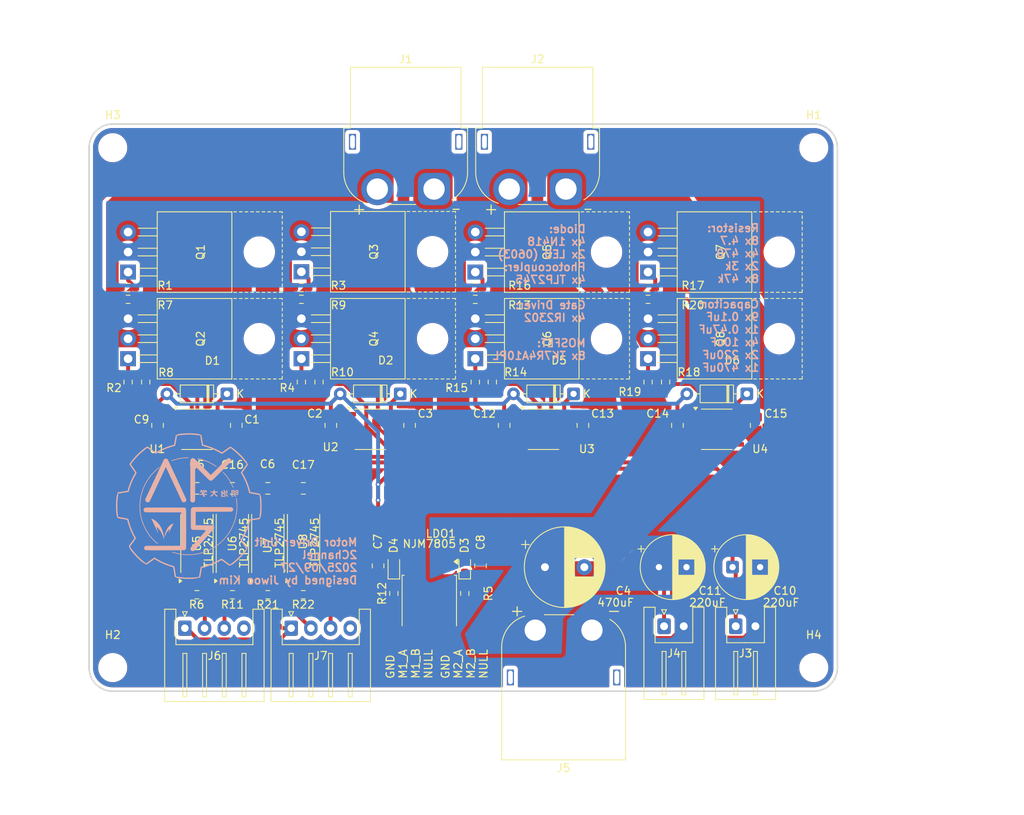
<source format=kicad_pcb>
(kicad_pcb (version 20241229) (generator "pcbnew") (generator_version "9.0")
  (layers (0 "F.Cu" signal) (2 "B.Cu" signal) (13 "F.Paste" user) (15 "B.Paste" user) (5 "F.SilkS" user "F.Silkscreen") (7 "B.SilkS" user "B.Silkscreen") (1 "F.Mask" user) (3 "B.Mask" user) (25 "Edge.Cuts" user))
  (net 0 "")
  (net 1 "Net-(D1-K)")
  (net 2 "GND")
  (net 3 "+5V")
  (net 4 "Net-(D2-K)")
  (net 5 "VCC")
  (net 6 "Net-(Q1-G)")
  (net 7 "Net-(Q2-G)")
  (net 8 "Net-(Q3-G)")
  (net 9 "Net-(Q4-G)")
  (net 10 "U1_HO")
  (net 11 "U1_LO")
  (net 12 "U2_HO")
  (net 13 "U2_LO")
  (net 14 "U1_IN")
  (net 15 "U2_IN")
  (net 16 "Motor_B_Plus")
  (net 17 "Net-(D5-K)")
  (net 20 "Net-(D3-K)")
  (net 21 "Net-(D4-K)")
  (net 22 "Net-(D6-K)")
  (net 23 "Motor_B_Minus")
  (net 24 "Motor_A_Plus")
  (net 25 "Motor_A_Minus")
  (net 26 "IN_B1")
  (net 27 "GND_ESP")
  (net 28 "IN_B2")
  (net 29 "IN_A2")
  (net 30 "IN_A1")
  (net 31 "Net-(Q5-G)")
  (net 32 "Net-(Q6-G)")
  (net 33 "Net-(Q7-G)")
  (net 34 "Net-(Q8-G)")
  (net 35 "Net-(U5-A)")
  (net 36 "Net-(U6-A)")
  (net 37 "U3_HO")
  (net 38 "U3_LO")
  (net 39 "U4_LO")
  (net 40 "U4_HO")
  (net 41 "Net-(U7-A)")
  (net 42 "Net-(U8-A)")
  (net 43 "U3_IN")
  (net 44 "U4_IN")
  (footprint "Resistor_SMD:R_0603_1608Metric_Pad0.98x0.95mm_HandSolder" (layer "F.Cu") (at 136.532619 110.58958 90)
    (property "Reference" "R12")
    (property "Value" "R3k")
  )
  (footprint "Package_TO_SOT_THT:TO-220-3_Horizontal_TabUp" (layer "F.Cu") (at 168.802619 69.78958 90)
    (property "Reference" "Q7")
    (property "Value" "TK7R4A10PL_TabUp")
  )
  (footprint "MountingHole:MountingHole_3.2mm_M3" (layer "F.Cu") (at 189.842619 53.99958)
    (property "Reference" "H1")
    (property "Value" "MountingHole")
  )
  (footprint "Capacitor_SMD:C_0805_2012Metric_Pad1.18x1.45mm_HandSolder" (layer "F.Cu") (at 182.532619 89.24958 -90)
    (property "Reference" "C15")
    (property "Value" "10uF")
  )
  (footprint "Connector_JST:JST_XH_S2B-XH-A_1x02_P2.50mm_Horizontal" (layer "F.Cu") (at 170.83527 114.74958)
    (property "Reference" "J4")
    (property "Value" "XH_01x02_Vertical")
  )
  (footprint "Resistor_SMD:R_0603_1608Metric_Pad0.98x0.95mm_HandSolder" (layer "F.Cu") (at 125.032619 110.74958 180)
    (property "Reference" "R22")
    (property "Value" "470")
  )
  (footprint "Connector_AMASS:AMASS_XT60PW-M_1x02_P7.20mm_Horizontal" (layer "F.Cu") (at 161.682619 115.24958 180)
    (property "Reference" "J5")
    (property "Value" "XT60_Male_Horizontal")
  )
  (footprint "Diode_THT:D_DO-35_SOD27_P7.62mm_Horizontal" (layer "F.Cu") (at 181.342619 85.24958 180)
    (property "Reference" "D6")
    (property "Value" "1N4148")
  )
  (footprint "Capacitor_SMD:C_0805_2012Metric_Pad1.18x1.45mm_HandSolder" (layer "F.Cu") (at 128.532619 89.24958 90)
    (property "Reference" "C2")
    (property "Value" "0.1uF")
  )
  (footprint "Capacitor_SMD:C_0805_2012Metric_Pad1.18x1.45mm_HandSolder" (layer "F.Cu") (at 147.532619 107.08958 -90)
    (property "Reference" "C8")
    (property "Value" "0.47uF")
  )
  (footprint "Resistor_SMD:R_0603_1608Metric_Pad0.98x0.95mm_HandSolder" (layer "F.Cu") (at 102.794316 83.74958 -90)
    (property "Reference" "R2")
    (property "Value" "R47k")
  )
  (footprint "Resistor_SMD:R_0603_1608Metric_Pad0.98x0.95mm_HandSolder" (layer "F.Cu") (at 146.872619 71.74958 180)
    (property "Reference" "R16")
    (property "Value" "R47k")
  )
  (footprint "Resistor_SMD:R_0603_1608Metric_Pad0.98x0.95mm_HandSolder" (layer "F.Cu") (at 168.802619 83.74958 -90)
    (property "Reference" "R19")
    (property "Value" "R47k")
  )
  (footprint "Resistor_SMD:R_0603_1608Metric_Pad0.98x0.95mm_HandSolder" (layer "F.Cu") (at 146.872619 73.24958 180)
    (property "Reference" "R13")
    (property "Value" "4.7")
  )
  (footprint "Resistor_SMD:R_0603_1608Metric_Pad0.98x0.95mm_HandSolder" (layer "F.Cu") (at 168.802619 73.24958)
    (property "Reference" "R20")
    (property "Value" "4.7")
  )
  (footprint "Diode_THT:D_DO-35_SOD27_P7.62mm_Horizontal" (layer "F.Cu") (at 159.342619 85.24958 180)
    (property "Reference" "D5")
    (property "Value" "1N4148")
  )
  (footprint "Resistor_SMD:R_0603_1608Metric_Pad0.98x0.95mm_HandSolder" (layer "F.Cu") (at 149.032619 83.74958 90)
    (property "Reference" "R14")
    (property "Value" "4.7")
  )
  (footprint "Resistor_SMD:R_0603_1608Metric_Pad0.98x0.95mm_HandSolder" (layer "F.Cu") (at 124.794316 83.74958 -90)
    (property "Reference" "R4")
    (property "Value" "R47k")
  )
  (footprint "Package_SO:SOP-8_3.9x4.9mm_P1.27mm" (layer "F.Cu") (at 177.532619 89.74958)
    (property "Reference" "U4")
    (property "Value" "IR2302")
  )
  (footprint "Resistor_SMD:R_0603_1608Metric_Pad0.98x0.95mm_HandSolder" (layer "F.Cu") (at 146.872619 83.74958 -90)
    (property "Reference" "R15")
    (property "Value" "R47k")
  )
  (footprint "Resistor_SMD:R_0603_1608Metric_Pad0.98x0.95mm_HandSolder" (layer "F.Cu") (at 124.794316 73.24958)
    (property "Reference" "R9")
    (property "Value" "4.7")
  )
  (footprint "Capacitor_SMD:C_0805_2012Metric_Pad1.18x1.45mm_HandSolder" (layer "F.Cu") (at 134.532619 107.08958 90)
    (property "Reference" "C7")
    (property "Value" "0.1uF")
  )
  (footprint "Package_TO_SOT_THT:TO-220-3_Horizontal_TabUp" (layer "F.Cu") (at 102.794316 80.78958 90)
    (property "Reference" "Q2")
    (property "Value" "TK7R4A10PL_TabUp")
  )
  (footprint "Capacitor_SMD:C_0805_2012Metric_Pad1.18x1.45mm_HandSolder" (layer "F.Cu") (at 160.532619 89.24958 -90)
    (property "Reference" "C13")
    (property "Value" "10uF")
  )
  (footprint "Connector_AMASS:AMASS_XT60PW-F_1x02_P7.20mm_Horizontal" (layer "F.Cu") (at 141.632619 59.24958)
    (property "Reference" "J1")
    (property "Value" "XT60_Female_Horizontal")
  )
  (footprint "Capacitor_THT:CP_Radial_D8.0mm_P3.50mm" (layer "F.Cu") (at 170.182619 107.24958)
    (property "Reference" "C11")
    (property "Value" "220uF")
  )
  (footprint "Resistor_SMD:R_0603_1608Metric_Pad0.98x0.95mm_HandSolder" (layer "F.Cu") (at 168.802619 71.74958 180)
    (property "Reference" "R17")
    (property "Value" "R47k")
  )
  (footprint "Resistor_SMD:R_0603_1608Metric_Pad0.98x0.95mm_HandSolder" (layer "F.Cu") (at 116.032619 110.74958 180)
    (property "Reference" "R11")
    (property "Value" "470")
  )
  (footprint "Diode_SMD:D_0603_1608Metric_Pad1.05x0.95mm_HandSolder" (layer "F.Cu") (at 136.532619 107.08958 90)
    (property "Reference" "D4")
    (property "Value" "LED")
  )
  (footprint "Package_SO:SO-6L_10x3.84mm_P1.27mm" (layer "F.Cu") (at 111.532619 104.24958 90)
    (property "Reference" "U5")
    (property "Value" "TLP2745")
  )
  (footprint "Diode_THT:D_DO-35_SOD27_P7.62mm_Horizontal" (layer "F.Cu") (at 115.342619 85.24958 180)
    (property "Reference" "D1")
    (property "Value" "1N4148")
  )
  (footprint "Capacitor_SMD:C_0805_2012Metric_Pad1.18x1.45mm_HandSolder" (layer "F.Cu") (at 116.032619 97.24958 180)
    (property "Reference" "C16")
    (property "Value" "0.1uF")
  )
  (footprint "Resistor_SMD:R_0603_1608Metric_Pad0.98x0.95mm_HandSolder" (layer "F.Cu") (at 124.794316 71.74958 180)
    (property "Reference" "R3")
    (property "Value" "R47k")
  )
  (footprint "Resistor_SMD:R_0603_1608Metric_Pad0.98x0.95mm_HandSolder" (layer "F.Cu") (at 102.794316 71.74958 180)
    (property "Reference" "R1")
    (property "Value" "R47k")
  )
  (footprint "Package_SO:SOP-8_3.9x4.9mm_P1.27mm" (layer "F.Cu") (at 155.532619 89.74958)
    (property "Reference" "U3")
    (property "Value" "IR2302")
  )
  (footprint "Capacitor_THT:CP_Radial_D8.0mm_P3.50mm" (layer "F.Cu") (at 179.529968 107.24958)
    (property "Reference" "C10")
    (property "Value" "220uF")
  )
  (footprint "MountingHole:MountingHole_3.2mm_M3" (layer "F.Cu") (at 100.842619 119.99958)
    (property "Reference" "H2")
    (property "Value" "MountingHole")
  )
  (footprint "Capacitor_SMD:C_0805_2012Metric_Pad1.18x1.45mm_HandSolder" (layer "F.Cu") (at 138.532619 89.24958 -90)
    (property "Reference" "C3")
    (property "Value" "10uF")
  )
  (footprint "Package_TO_SOT_THT:TO-220-3_Horizontal_TabUp" (layer "F.Cu") (at 168.802619 80.78958 90)
    (property "Reference" "Q8")
    (property "Value" "TK7R4A10PL_TabUp")
  )
  (footprint "Package_SO:SO-6L_10x3.84mm_P1.27mm" (layer "F.Cu") (at 116.032619 104.24958 90)
    (property "Reference" "U6")
    (property "Value" "TLP2745")
  )
  (footprint "Connector_JST:JST_XH_S2B-XH-A_1x02_P2.50mm_Horizontal" (layer "F.Cu") (at 179.932619 114.74958)
    (property "Reference" "J3")
    (property "Value" "XH_01x02_Vertical")
  )
  (footprint "Capacitor_SMD:C_0805_2012Metric_Pad1.18x1.45mm_HandSolder" (layer "F.Cu") (at 150.532619 89.24958 90)
    (property "Reference" "C12")
    (property "Value" "0.1uF")
  )
  (footprint "Resistor_SMD:R_0603_1608Metric_Pad0.98x0.95mm_HandSolder" (layer "F.Cu") (at 145.532619 110.58958 90)
    (property "Reference" "R5")
    (property "Value" "R3k")
  )
  (footprint "Package_SO:SOP-8_3.9x4.9mm_P1.27mm" (layer "F.Cu") (at 133.532619 89.74958)
    (property "Reference" "U2")
    (property "Value" "IR2302")
  )
  (footprint "Package_TO_SOT_THT:TO-220-3_Horizontal_TabUp" (layer "F.Cu") (at 146.872619 69.78958 90)
    (property "Reference" "Q5")
    (property "Value" "TK7R4A10PL_TabUp")
  )
  (footprint "Connector_AMASS:AMASS_XT60PW-F_1x02_P7.20mm_Horizontal" (layer "F.Cu") (at 158.382619 59.24958)
    (property "Reference" "J2")
    (property "Value" "XT60_Female_Horizontal")
  )
  (footprint "Package_TO_SOT_THT:TO-220-3_Horizontal_TabUp" (layer "F.Cu") (at 124.794316 69.74958 90)
    (property "Reference" "Q3")
    (property "Value" "TK7R4A10PL_TabUp")
  )
  (footprint "Capacitor_SMD:C_0805_2012Metric_Pad1.18x1.45mm_HandSolder" (layer "F.Cu") (at 116.532619 89.24958 -90)
    (property "Reference" "C1")
    (property "Value" "10uF")
  )
  (footprint "Package_SO:SOP-8_3.9x4.9mm_P1.27mm" (layer "F.Cu") (at 111.532619 89.74958)
    (property "Reference" "U1")
    (property "Value" "IR2302")
  )
  (footprint "MountingHole:MountingHole_3.2mm_M3" (layer "F.Cu") (at 100.842619 53.99958)
    (property "Reference" "H3")
    (property "Value" "MountingHole")
  )
  (footprint "Diode_SMD:D_0603_1608Metric_Pad1.05x0.95mm_HandSolder" (layer "F.Cu") (at 145.532619 107.08958 90)
    (property "Reference" "D3")
    (property "Value" "LED")
  )
  (footprint "MountingHole:MountingHole_3.2mm_M3" (layer "F.Cu") (at 189.842619 119.99958)
    (property "Reference" "H4")
    (property "Value" "MountingHole")
  )
  (footprint "Resistor_SMD:R_0603_1608Metric_Pad0.98x0.95mm_HandSolder" (layer "F.Cu") (at 102.794316 73.24958 180)
    (property "Reference" "R7")
    (property "Value" "4.7")
  )
  (footprint "Package_SO:SO-6L_10x3.84mm_P1.27mm" (layer "F.Cu") (at 120.532619 104.24958 90)
    (property "Reference" "U7")
    (property "Value" "TLP2745")
  )
  (footprint "Package_TO_SOT_THT:TO-220-3_Horizontal_TabUp" (layer "F.Cu") (at 146.872619 80.78958 90)
    (property "Reference" "Q6")
    (property "Value" "TK7R4A10PL_TabUp")
  )
  (footprint "Resistor_SMD:R_0603_1608Metric_Pad0.98x0.95mm_HandSolder" (layer "F.Cu") (at 120.532619 110.74958)
    (property "Reference" "R21")
    (property "Value" "470")
  )
  (footprint "Connector_JST:JST_XH_S4B-XH-A_1x04_P2.50mm_Horizontal" (layer "F.Cu") (at 123.5 115)
    (property "Reference" "J7")
    (property "Value" "Conn_01x04_Pin")
  )
  (footprint "Package_TO_SOT_THT:TO-220-3_Horizontal_TabUp" (layer "F.Cu") (at 124.794316 80.78958 90)
    (property "Reference" "Q4")
    (property "Value" "TK7R4A10PL_TabUp")
  )
  (footprint "Resistor_SMD:R_0603_1608Metric_Pad0.98x0.95mm_HandSolder" (layer "F.Cu") (at 171.032619 83.74958 -90)
    (property "Reference" "R18")
    (property "Value" "4.7")
  )
  (footprint "Resistor_SMD:R_0603_1608Metric_Pad0.98x0.95mm_HandSolder" (layer "F.Cu") (at 111.532619 110.74958)
    (property "Reference" "R6")
    (property "Value" "470")
  )
  (footprint "Package_TO_SOT_SMD:TO-252-2" (layer "F.Cu") (at 141.032619 111.58958 -90)
    (property "Reference" "LDO1")
    (property "Value" "NJM7805")
  )
  (footprint "Package_SO:SO-6L_10x3.84mm_P1.27mm" (layer "F.Cu") (at 125.070324 104.245396 90)
    (property "Reference" "U8")
    (property "Value" "TLP2745")
  )
  (footprint "Capacitor_SMD:C_0805_2012Metric_Pad1.18x1.45mm_HandSolder" (layer "F.Cu") (at 120.532619 97.24958 180)
    (property "Reference" "C6")
    (property "Value" "0.1uF")
  )
  (footprint "Capacitor_SMD:C_0805_2012Metric_Pad1.18x1.45mm_HandSolder" (layer "F.Cu") (at 172.532619 89.24958 90)
    (property "Reference" "C14")
    (property "Value" "0.1uF")
  )
  (footprint "Connector_JST:JST_XH_S4B-XH-A_1x04_P2.50mm_Horizontal" (layer "F.Cu") (at 110 115)
    (property "Reference" "J6")
    (property "Value" "Conn_01x04_Pin")
  )
  (footprint "Capacitor_SMD:C_0805_2012Metric_Pad1.18x1.45mm_HandSolder" (layer "F.Cu") (at 106.532619 89.24958 90)
    (property "Reference" "C9")
    (property "Value" "0.1uF")
  )
  (footprint "Package_TO_SOT_THT:TO-220-3_Horizontal_TabUp" (layer "F.Cu") (at 102.794316 69.78958 90)
    (property "Reference" "Q1")
    (property "Value" "TK7R4A10PL_TabUp")
  )
  (footprint "Capacitor_SMD:C_0805_2012Metric_Pad1.18x1.45mm_HandSolder" (layer "F.Cu") (at 111.532619 97.24958 180)
    (property "Reference" "C5")
    (property "Value" "0.1uF")
  )
  (footprint "Capacitor_THT:CP_Radial_D10.0mm_P5.00mm" (layer "F.Cu") (at 155.714942 107.24958)
    (property "Reference" "C4")
    (property "Value" "470uF")
  )
  (footprint "Resistor_SMD:R_0603_1608Metric_Pad0.98x0.95mm_HandSolder" (layer "F.Cu") (at 105.032619 83.74958 90)
    (property "Reference" "R8")
    (property "Value" "4.7")
  )
  (footprint "Diode_THT:D_DO-35_SOD27_P7.62mm_Horizontal" (layer "F.Cu") (at 137.342619 85.24958 180)
    (property "Reference" "D2")
    (property "Value" "1N4148")
  )
  (footprint "Resistor_SMD:R_0603_1608Metric_Pad0.98x0.95mm_HandSolder" (layer "F.Cu") (at 127.032619 83.74958 -90)
    (property "Reference" "R10")
    (property "Value" "4.7")
  )
  (footprint "Capacitor_SMD:C_0805_2012Metric_Pad1.18x1.45mm_HandSolder" (layer "F.Cu") (at 125.032619 97.24958 180)
    (property "Reference" "C17")
    (property "Value" "0.1uF")
  )
  (footprint "LOGO" (layer "B.Cu") (at 110.5 99.5 180)
    (property "Reference" "G***" (hide yes))
    (property "Value" "LOGO" (hide yes))
  )
  (gr_line (start 189.842619 122.99958) (end 100.842619 122.99958) (stroke (width 0.2)) (layer "Edge.Cuts"))
  (gr_line (start 100.842619 50.99958) (end 189.842619 50.99958) (stroke (width 0.2)) (layer "Edge.Cuts"))
  (gr_arc (start 97.842619 53.99958) (mid 98.721299 51.87826) (end 100.842619 50.99958) (stroke (width 0.2)) (layer "Edge.Cuts"))
  (gr_line (start 97.842619 119.99958) (end 97.842619 53.99958) (stroke (width 0.2)) (layer "Edge.Cuts"))
  (gr_arc (start 192.842619 119.99958) (mid 191.963939 122.1209) (end 189.842619 122.99958) (stroke (width 0.2)) (layer "Edge.Cuts"))
  (gr_arc (start 189.842619 50.99958) (mid 191.963939 51.87826) (end 192.842619 53.99958) (stroke (width 0.2)) (layer "Edge.Cuts"))
  (gr_arc (start 100.842619 122.99958) (mid 98.721299 122.1209) (end 97.842619 119.99958) (stroke (width 0.2)) (layer "Edge.Cuts"))
  (gr_line (start 192.842619 53.99958) (end 192.842619 119.99958) (stroke (width 0.2)) (layer "Edge.Cuts"))
  (gr_text "GND \nM2_A \nM2_B\nNULL" (at 148.5 121.5 90) (layer "F.SilkS") (effects (font (size 1 1)) (justify left bottom)))
  (gr_text "GND \nM1_A \nM1_B\nNULL" (at 141.5 121.5 90) (layer "F.SilkS") (effects (font (size 1 1)) (justify left bottom)))
  (gr_text "Resistor:\n8x 4.7\n4x 470\n2x 3k\n8x 47k\n\nCapacitor:\n9x 0.1uF\n1x 0.47uF\n4x 10uF\n2x 220uF\n1x 470uF" (at 183 82.5 -0) (layer "B.SilkS") (effects (font (size 1 1) (thickness 0.2) (bold yes)) (justify left bottom mirror)))
  (gr_text "Diode:\n4x 1N418\n2x LED (0603)\nPhotocoupler:\n4x TLP2745\n\nGate Driver:\n4x IR2302\n\nMOSFET:\n8x TK7R4A10PL\n" (at 161 81 -0) (layer "B.SilkS") (effects (font (size 1 1) (thickness 0.2) (bold yes)) (justify left bottom mirror)))
  (gr_text "Motor Driver Unit \n2Channel\n2025/09/27\nDesigned by Jiwoo Kim" (at 132 109.5 0) (layer "B.SilkS") (effects (font (size 1 1) (thickness 0.2) (bold yes)) (justify left bottom mirror)))
  (segment (start 114.157619 86.43458) (end 115.342619 85.24958) (width 0.5) (layer "F.Cu") (net 1))
  (segment (start 114.157619 87.84458) (end 114.157619 86.43458) (width 0.5) (layer "F.Cu") (net 1))
  (segment (start 116.165119 87.84458) (end 116.532619 88.21208) (width 0.5) (layer "F.Cu") (net 1))
  (segment (start 114.157619 87.84458) (end 116.165119 87.84458) (width 0.5) (layer "F.Cu") (net 1))
  (segment (start 126.340324 99.495396) (end 126.340324 103.557285) (width 0.5) (layer "F.Cu") (net 2))
  (segment (start 161.682619 115.24958) (end 162.682619 116.24958) (width 0.5) (layer "F.Cu") (net 2))
  (segment (start 144.185119 112.84958) (end 145.532619 111.50208) (width 0.5) (layer "F.Cu") (net 2))
  (segment (start 174.78627 116.20058) (end 180.981619 116.20058) (width 0.5) (layer "F.Cu") (net 2))
  (segment (start 117.302619 103.51958) (end 117.532619 103.74958) (width 0.5) (layer "F.Cu") (net 2))
  (segment (start 141.032619 112.84958) (end 145.933619 117.75058) (width 0.5) (layer "F.Cu") (net 2))
  (segment (start 117.302619 99.49958) (end 117.302619 97.48208) (width 0.5) (layer "F.Cu") (net 2))
  (segment (start 112.802619 97.48208) (end 112.570119 97.24958) (width 0.5) (layer "F.Cu") (net 2))
  (segment (start 130.907619 91.65458) (end 129.900119 91.65458) (width 0.5) (layer "F.Cu") (net 2))
  (segment (start 126.340324 99.495396) (end 126.340324 97.519785) (width 0.5) (layer "F.Cu") (net 2))
  (segment (start 173.33527 114.74958) (end 174.78627 116.20058) (width 0.5) (layer "F.Cu") (net 2))
  (segment (start 151.900119 91.65458) (end 152.907619 91.65458) (width 0.5) (layer "F.Cu") (net 2))
  (segment (start 134.532619 109.50208) (end 136.532619 111.50208) (width 0.5) (layer "F.Cu") (net 2))
  (segment (start 112.802619 103.51958) (end 113.032619 103.74958) (width 0.5) (layer "F.Cu") (net 2))
  (segment (start 150.532619 90.28708) (end 151.900119 91.65458) (width 0.5) (layer "F.Cu") (net 2))
  (segment (start 102.794316 84.66208) (end 102.794316 86.548777) (width 0.5) (layer "F.Cu") (net 2))
  (segment (start 102.794316 86.548777) (end 106.532619 90.28708) (width 0.5) (layer "F.Cu") (net 2))
  (segment (start 146.872619 84.66208) (end 143.66208 84.66208) (width 0.5) (layer "F.Cu") (net 2))
  (segment (start 182.432619 107.846929) (end 183.029968 107.24958) (width 0.5) (layer "F.Cu") (net 2))
  (segment (start 112.802619 99.49958) (end 112.802619 97.48208) (width 0.5) (layer "F.Cu") (net 2))
  (segment (start 161.682619 108.217257) (end 160.714942 107.24958) (width 0.5) (layer "F.Cu") (net 2))
  (segment (start 121.802619 103.51958) (end 122.032619 103.74958) (width 0.5) (layer "F.Cu") (net 2))
  (segment (start 129.900119 91.65458) (end 128.532619 90.28708) (width 0.5) (layer "F.Cu") (net 2))
  (segment (start 145.532619 111.50208) (end 147.532619 109.50208) (width 0.5) (layer "F.Cu") (net 2))
  (segment (start 162.682619 116.24958) (end 171.83527 116.24958) (width 0.5) (layer "F.Cu") (net 2))
  (segment (start 126.340324 103.557285) (end 126.532619 103.74958) (width 0.5) (layer "F.Cu") (net 2))
  (segment (start 143.66208 84.66208) (end 143.5 84.5) (width 0.5) (layer "F.Cu") (net 2))
  (segment (start 146.872619 86.62708) (end 150.532619 90.28708) (width 0.5) (layer "F.Cu") (net 2))
  (segment (start 106.532619 90.28708) (end 107.900119 91.65458) (width 0.5) (layer "F.Cu") (net 2))
  (segment (start 173.33527 114.74958) (end 173.33527 107.596929) (width 0.5) (layer "F.Cu") (net 2))
  (segment (start 128.532619 90.28708) (end 124.794316 86.548777) (width 0.5) (layer "F.Cu") (net 2))
  (segment (start 173.33527 114.74958) (end 171.83527 116.24958) (width 0.5) (layer "F.Cu") (net 2))
  (segment (start 141.032619 112.84958) (end 137.880119 112.84958) (width 0.5) (layer "F.Cu") (net 2))
  (segment (start 147.532619 109.50208) (end 147.532619 108.12708) (width 0.5) (layer "F.Cu") (net 2))
  (segment (start 173.33527 107.596929) (end 173.682619 107.24958) (width 0.5) (layer "F.Cu") (net 2))
  (segment (start 159.181619 117.75058) (end 161.682619 115.24958) (width 0.5) (layer "F.Cu") (net 2))
  (segment (start 141.032619 112.84958) (end 144.185119 112.84958) (width 0.5) (layer "F.Cu") (net 2))
  (segment (start 117.302619 97.48208) (end 117.070119 97.24958) (width 0.5) (layer "F.Cu") (net 2))
  (segment (start 145.933619 117.75058) (end 159.181619 117.75058) (width 0.5) (layer "F.Cu") (net 2))
  (segment (start 168.802619 86.55708) (end 172.532619 90.28708) (width 0.5) (layer "F.Cu") (net 2))
  (segment (start 180.981619 116.20058) (end 182.432619 114.74958) (width 0.5) (layer "F.Cu") (net 2))
  (segment (start 107.900119 91.65458) (end 108.907619 91.65458) (width 0.5) (layer "F.Cu") (net 2))
  (segment (start 182.432619 114.74958) (end 182.432619 107.846929) (width 0.5) (layer "F.Cu") (net 2))
  (segment (start 121.802619 97.48208) (end 121.570119 97.24958) (width 0.5) (layer "F.Cu") (net 2))
  (segment (start 168.802619 84.66208) (end 168.802619 86.55708) (width 0.5) (layer "F.Cu") (net 2))
  (segment (start 173.900119 91.65458) (end 174.907619 91.65458) (width 0.5) (layer "F.Cu") (net 2))
  (segment (start 121.802619 99.49958) (end 121.802619 103.51958) (width 0.5) (layer "F.Cu") (net 2))
  (segment (start 121.802619 99.49958) (end 121.802619 97.48208) (width 0.5) (layer "F.Cu") (net 2))
  (segment (start 146.872619 84.66208) (end 146.872619 86.62708) (width 0.5) (layer "F.Cu") (net 2))
  (segment (start 134.532619 108.12708) (end 134.532619 109.50208) (width 0.5) (layer "F.Cu") (net 2))
  (segment (start 117.302619 99.49958) (end 117.302619 103.51958) (width 0.5) (layer "F.Cu") (net 2))
  (segment (start 124.794316 86.548777) (end 124.794316 84.66208) (width 0.5) (layer "F.Cu") (net 2))
  (segment (start 161.682619 115.24958) (end 161.682619 108.217257) (width 0.5) (layer "F.Cu") (net 2))
  (segment (start 137.880119 112.84958) (end 136.532619 111.50208) (width 0.5) (layer "F.Cu") (net 2))
  (segment (start 126.340324 97.519785) (end 126.070119 97.24958) (width 0.5) (layer "F.Cu") (net 2))
  (segment (start 172.532619 90.28708) (end 173.900119 91.65458) (width 0.5) (layer "F.Cu") (net 2))
  (segment (start 112.802619 99.49958) (end 112.802619 103.51958) (width 0.5) (layer "F.Cu") (net 2))
  (via (at 122.032619 103.74958) (size 0.6) (drill 0.3) (layers "F.Cu" "B.Cu") (net 2))
  (via (at 117.532619 103.74958) (size 0.6) (drill 0.3) (layers "F.Cu" "B.Cu") (net 2))
  (via (at 113.032619 103.74958) (size 0.6) (drill 0.3) (layers "F.Cu" "B.Cu") (net 2))
  (via (at 126.532619 103.74958) (size 0.6) (drill 0.3) (layers "F.Cu" "B.Cu") (net 2))
  (via (at 143.5 84.5) (size 0.6) (drill 0.3) (layers "F.Cu" "B.Cu") (net 2))
  (segment (start 102.794316 75.70958) (end 101.343316 77.16058) (width 0.5) (layer "B.Cu") (net 2))
  (segment (start 146.872619 75.70958) (end 168.802619 75.70958) (width 0.5) (layer "B.Cu") (net 2))
  (segment (start 101.343316 77.16058) (end 101.343316 100.560277) (width 0.5) (layer "B.Cu") (net 2))
  (segment (start 113.032619 103.74958) (end 104.532619 103.74958) (width 0.5) (layer "B.Cu") (net 2))
  (segment (start 124.794316 75.70958) (end 146.872619 75.70958) (width 0.5) (layer "B.Cu") (net 2))
  (segment (start 104.532619 103.74958) (end 101.343316 100.560277) (width 0.5) (layer "B.Cu") (net 2))
  (segment (start 113.032619 103.74958) (end 126.532619 103.74958) (width 0.5) (layer "B.Cu") (net 2))
  (segment (start 102.794316 75.70958) (end 124.794316 75.70958) (width 0.5) (layer "B.Cu") (net 2))
  (segment (start 106.532619 88.41868) (end 108.498519 90.38458) (width 0.5) (layer "F.Cu") (net 3))
  (segment (start 174.907619 87.84458) (end 172.900119 87.84458) (width 0.5) (layer "F.Cu") (net 3))
  (segment (start 110.262619 99.49958) (end 110.262619 97.48208) (width 0.5) (layer "F.Cu") (net 3))
  (segment (start 174.440911 90.38458) (end 174.907619 90.38458) (width 0.5) (layer "F.Cu") (net 3))
  (segment (start 152.907619 90.38458) (end 152.498519 90.38458) (width 0.5) (layer "F.Cu") (net 3))
  (segment (start 110.262619 103.47958) (end 110.262619 99.49958) (width 0.5) (layer "F.Cu") (net 3))
  (segment (start 106.900119 87.84458) (end 106.532619 88.21208) (width 0.5) (layer "F.Cu") (net 3))
  (segment (start 117.391303 106.05208) (end 118.032619 106.05208) (width 0.5) (layer "F.Cu") (net 3))
  (segment (start 173.419265 89.362934) (end 174.440911 90.38458) (width 0.5) (layer "F.Cu") (net 3))
  (segment (start 127.532619 106.05208) (end 124.032619 106.05208) (width 0.5) (layer "F.Cu") (net 3))
  (segment (start 172.532619 88.476288) (end 173.419265 89.362934) (width 0.5) (layer "F.Cu") (net 3))
  (segment (start 106.532619 88.21208) (end 106.532619 86.43958) (width 0.5) (layer "F.Cu") (net 3))
  (segment (start 150.532619 88.21208) (end 150.532619 86.43958) (width 0.5) (layer "F.Cu") (net 3))
  (segment (start 106.532619 88.21208) (end 106.532619 88.41868) (width 0.5) (layer "F.Cu") (net 3))
  (segment (start 152.498519 90.38458) (end 150.532619 88.41868) (width 0.5) (layer "F.Cu") (net 3))
  (segment (start 150.532619 88.41868) (end 150.532619 88.21208) (width 0.5) (layer "F.Cu") (net 3))
  (segment (start 118.032619 106.05208) (end 112.835119 106.05208) (width 0.5) (layer "F.Cu") (net 3))
  (segment (start 177.532619 94.74958) (end 179.529968 96.746929) (width 0.5) (layer "F.Cu") (net 3))
  (segment (start 119.262619 103.423396) (end 121.891303 106.05208) (width 0.5) (layer "F.Cu") (net 3))
  (segment (start 134.532619 106.05208) (end 136.370119 106.05208) (width 0.5) (layer "F.Cu") (net 3))
  (segment (start 136.370119 106.05208) (end 136.532619 106.21458) (width 0.5) (layer "F.Cu") (net 3))
  (segment (start 114.762619 99.49958) (end 114.762619 103.423396) (width 0.5) (layer "F.Cu") (net 3))
  (segment (start 126.391303 106.05208) (end 127.532619 106.05208) (width 0.5) (layer "F.Cu") (net 3))
  (segment (start 112.835119 106.05208) (end 110.262619 103.47958) (width 0.5) (layer "F.Cu") (net 3))
  (segment (start 136.532619 106.21458) (end 138.417619 106.21458) (width 0.5) (layer "F.Cu") (net 3))
  (segment (start 123.800324 103.461101) (end 126.391303 106.05208) (width 0.5) (layer "F.Cu") (net 3))
  (segment (start 123.800324 97.444375) (end 123.995119 97.24958) (width 0.5) (layer "F.Cu") (net 3))
  (segment (start 172.532619 86.43958) (end 173.722619 85.24958) (width 0.5) (layer "F.Cu") (net 3))
  (segment (start 106.532619 86.43958) (end 107.722619 85.24958) (width 0.5) (layer "F.Cu") (net 3))
  (segment (start 114.762619 103.423396) (end 117.391303 106.05208) (width 0.5) (layer "F.Cu") (net 3))
  (segment (start 179.932619 107.652231) (end 179.529968 107.24958) (width 0.5) (layer "F.Cu") (net 3))
  (segment (start 172.532619 88.21208) (end 172.532619 88.476288) (width 0.5) (layer "F.Cu") (net 3))
  (segment (start 119.262619 97.48208) (end 119.495119 97.24958) (width 0.5) (layer "F.Cu") (net 3))
  (segment (start 130.440911 90.38458) (end 130.907619 90.38458) (width 0.5) (layer "F.Cu") (net 3))
  (segment (start 123.800324 99.495396) (end 123.800324 97.444375) (width 0.5) (layer "F.Cu") (net 3))
  (segment (start 114.762619 99.49958) (end 114.762619 97.48208) (width 0.5) (layer "F.Cu") (net 3))
  (segment (start 119.262619 99.49958) (end 119.262619 103.423396) (width 0.5) (layer "F.Cu") (net 3))
  (segment (start 123.800324 99.495396) (end 123.800324 103.461101) (width 0.5) (layer "F.Cu") (net 3))
  (segment (start 119.532619 106.05208) (end 118.032619 106.05208) (width 0.5) (layer "F.Cu") (net 3))
  (segment (start 134.532619 96.74958) (end 136.532619 94.74958) (width 0.5) (layer "F.Cu") (net 3))
  (segment (start 134.532619 106.05208) (end 134.532619 96.74958) (width 0.5) (layer "F.Cu") (net 3))
  (segment (start 179.932619 114.74958) (end 179.932619 107.652231) (width 0.5) (layer "F.Cu") (net 3))
  (segment (start 152.907619 87.84458) (end 150.900119 87.84458) (width 0.5) (layer "F.Cu") (net 3))
  (segment (start 131.397619 90.38458) (end 130.907619 90.38458) (width 0.5) (layer "F.Cu") (net 3))
  (segment (start 172.900119 87.84458) (end 172.532619 88.21208) (width 0.5) (layer "F.Cu") (net 3))
  (segment (start 119.262619 99.49958) (end 119.262619 97.48208) (width 0.5) (layer "F.Cu") (net 3))
  (segment (start 130.907619 87.84458) (end 128.900119 87.84458) (width 0.5) (layer "F.Cu") (net 3))
  (segment (start 108.907619 87.84458) (end 106.900119 87.84458) (width 0.5) (layer "F.Cu") (net 3))
  (segment (start 128.900119 87.84458) (end 128.532619 88.21208) (width 0.5) (layer "F.Cu") (net 3))
  (segment (start 114.762619 97.48208) (end 114.995119 97.24958) (width 0.5) (layer "F.Cu") (net 3))
  (segment (start 138.417619 106.21458) (end 138.752619 106.54958) (width 0.5) (layer "F.Cu") (net 3))
  (segment (start 110.262619 97.48208) (end 110.495119 97.24958) (width 0.5) (layer "F.Cu") (net 3))
  (segment (start 128.532619 86.43958) (end 129.722619 85.24958) (width 0.5) (layer "F.Cu") (net 3))
  (segment (start 128.532619 88.21208) (end 128.532619 86.43958) (width 0.5) (layer "F.Cu") (net 3))
  (segment (start 172.532619 88.21208) (end 172.532619 86.43958) (width 0.5) (layer "F.Cu") (net 3))
  (segment (start 150.900119 87.84458) (end 150.532619 88.21208) (width 0.5) (layer "F.Cu") (net 3))
  (segment (start 128.532619 88.21208) (end 128.532619 88.476288) (width 0.5) (layer "F.Cu") (net 3))
  (segment (start 150.532619 86.43958) (end 151.722619 85.24958) (width 0.5) (layer "F.Cu") (net 3))
  (segment (start 179.529968 96.746929) (end 179.529968 107.24958) (width 0.5) (layer "F.Cu") (net 3))
  (segment (start 136.532619 94.74958) (end 177.532619 94.74958) (width 0.5) (layer "F.Cu") (net 3))
  (segment (start 128.532619 88.476288) (end 130.440911 90.38458) (width 0.5) (layer "F.Cu") (net 3))
  (segment (start 134.532619 106.05208) (end 127.532619 106.05208) (width 0.5) (layer "F.Cu") (net 3))
  (segment (start 124.032619 106.05208) (end 119.532619 106.05208) (width 0.5) (layer "F.Cu") (net 3))
  (via (at 134.532619 96.74958) (size 0.6) (drill 0.3) (layers "F.Cu" "B.Cu") (net 3))
  (via (at 134.532619 98.74958) (size 0.6) (drill 0.3) (layers "F.Cu" "B.Cu") (net 3))
  (segment (start 128.471619 86.50058) (end 108.973619 86.50058) (width 0.5) (layer "B.Cu") (net 3))
  (segment (start 108.973619 86.50058) (end 107.722619 85.24958) (width 0.5) (layer "B.Cu") (net 3))
  (segment (start 150.471619 86.50058) (end 130.973619 86.50058) (width 0.5) (layer "B.Cu") (net 3))
  (segment (start 130.973619 86.50058) (end 130.377619 85.90458) (width 0.5) (layer "B.Cu") (net 3))
  (segment (start 173.722619 85.24958) (end 172.471619 86.50058) (width 0.5) (layer "B.Cu") (net 3))
  (segment (start 172.471619 86.50058) (end 152.973619 86.50058) (width 0.5) (layer "B.Cu") (net 3))
  (segment (start 130.377619 85.90458) (end 129.722619 85.24958) (width 0.5) (layer "B.Cu") (net 3))
  (segment (start 129.722619 85.24958) (end 128.471619 86.50058) (width 0.5) (layer "B.Cu") (net 3))
  (segment (start 152.973619 86.50058) (end 151.722619 85.24958) (width 0.5) (layer "B.Cu") (net 3))
  (segment (start 134.532619 96.74958) (end 134.532619 90.05958) (width 0.5) (layer "B.Cu") (net 3))
  (segment (start 134.532619 90.05958) (end 130.377619 85.90458) (width 0.5) (layer "B.Cu") (net 3))
  (segment (start 134.532619 96.74958) (end 134.532619 98.74958) (width 0.5) (layer "B.Cu") (net 3))
  (segment (start 151.722619 85.24958) (end 150.471619 86.50058) (width 0.5) (layer "B.Cu") (net 3))
  (segment (start 136.157619 86.43458) (end 137.342619 85.24958) (width 0.5) (layer "F.Cu") (net 4))
  (segment (start 136.157619 87.84458) (end 138.165119 87.84458) (width 0.5) (layer "F.Cu") (net 4))
  (segment (start 138.165119 87.84458) (end 138.532619 88.21208) (width 0.5) (layer "F.Cu") (net 4))
  (segment (start 136.157619 87.84458) (end 136.157619 86.43458) (width 0.5) (layer "F.Cu") (net 4))
  (segment (start 157.214942 105.74958) (end 168.682619 105.74958) (width 0.5) (layer "F.Cu") (net 5))
  (segment (start 168.682619 105.74958) (end 170.182619 107.24958) (width 0.5) (layer "F.Cu") (net 5))
  (segment (start 145.695119 106.05208) (end 145.532619 106.21458) (width 0.5) (layer "F.Cu") (net 5))
  (segment (start 147.532619 106.05208) (end 145.695119 106.05208) (width 0.5) (layer "F.Cu") (net 5))
  (segment (start 145.532619 106.21458) (end 143.647619 106.21458) (width 0.5) (layer "F.Cu") (net 5))
  (segment (start 154.482619 108.481903) (end 155.714942 107.24958) (width 0.5) (layer "F.Cu") (net 5))
  (segment (start 154.335119 106.05208) (end 147.532619 106.05208) (width 0.5) (layer "F.Cu") (net 5))
  (segment (start 155.714942 107.24958) (end 157.214942 105.74958) (width 0.5) (layer "F.Cu") (net 5))
  (segment (start 170.83527 114.74958) (end 170.83527 107.902231) (width 0.5) (layer "F.Cu") (net 5))
  (segment (start 155.532619 107.24958) (end 154.335119 106.05208) (width 0.5) (layer "F.Cu") (net 5))
  (segment (start 143.647619 106.21458) (end 143.312619 106.54958) (width 0.5) (layer "F.Cu") (net 5))
  (segment (start 170.83527 107.902231) (end 170.182619 107.24958) (width 0.5) (layer "F.Cu") (net 5))
  (segment (start 155.714942 107.24958) (end 155.532619 107.24958) (width 0.5) (layer "F.Cu") (net 5))
  (segment (start 154.482619 115.24958) (end 154.482619 108.481903) (width 0.5) (layer "F.Cu") (net 5))
  (segment (start 103.706816 71.74958) (end 103.381816 71.74958) (width 0.5) (layer "F.Cu") (net 6))
  (segment (start 102.794316 69.78958) (end 102.794316 70.83708) (width 0.5) (layer "F.Cu") (net 6))
  (segment (start 103.381816 71.74958) (end 101.881816 73.24958) (width 0.5) (layer "F.Cu") (net 6))
  (segment (start 102.794316 70.83708) (end 103.706816 71.74958) (width 0.5) (layer "F.Cu") (net 6))
  (segment (start 102.794316 80.78958) (end 102.794316 82.83708) (width 0.5) (layer "F.Cu") (net 7))
  (segment (start 102.794316 82.83708) (end 105.032619 82.83708) (width 0.5) (layer "F.Cu") (net 7))
  (segment (start 125.706816 71.74958) (end 125.381816 71.74958) (width 0.5) (layer "F.Cu") (net 8))
  (segment (start 125.706816 70.66208) (end 124.794316 69.74958) (width 0.5) (layer "F.Cu") (net 8))
  (segment (start 125.706816 71.74958) (end 125.706816 70.66208) (width 0.5) (layer "F.Cu") (net 8))
  (segment (start 125.381816 71.74958) (end 123.881816 73.24958) (width 0.5) (layer "F.Cu") (net 8))
  (segment (start 124.794316 80.78958) (end 124.794316 82.83708) (width 0.5) (layer "F.Cu") (net 9))
  (segment (start 124.794316 82.83708) (end 127.032619 82.83708) (width 0.5) (layer "F.Cu") (net 9))
  (segment (start 106.24958 73.24958) (end 103.706816 73.24958) (width 0.5) (layer "F.Cu") (net 10))
  (segment (start 114.157619 89.11458) (end 113.33262 89.11458) (width 0.5) (layer "F.Cu") (net 10))
  (segment (start 113.33262 89.11458) (end 111.585619 87.367579) (width 0.5) (layer "F.Cu") (net 10))
  (segment (start 111.585619 78.585619) (end 106.24958 73.24958) (width 0.5) (layer "F.Cu") (net 10))
  (segment (start 111.585619 87.367579) (end 111.585619 78.585619) (width 0.5) (layer "F.Cu") (net 10))
  (segment (start 110.884619 86.642398) (end 110.884619 90.24958) (width 0.5) (layer "F.Cu") (net 11))
  (segment (start 112.289619 91.65458) (end 114.157619 91.65458) (width 0.5) (layer "F.Cu") (net 11))
  (segment (start 110.884619 90.24958) (end 112.289619 91.65458) (width 0.5) (layer "F.Cu") (net 11))
  (segment (start 108.240801 83.99858) (end 110.884619 86.642398) (width 0.5) (layer "F.Cu") (net 11))
  (segment (start 105.032619 84.66208) (end 105.696119 83.99858) (width 0.5) (layer "F.Cu") (net 11))
  (segment (start 105.696119 83.99858) (end 108.240801 83.99858) (width 0.5) (layer "F.Cu") (net 11))
  (segment (start 134.5 77.5) (end 130.24958 73.24958) (width 0.5) (layer "F.Cu") (net 12))
  (segment (start 134.5 87.866061) (end 134.5 77.5) (width 0.5) (layer "F.Cu") (net 12))
  (segment (start 135.748519 89.11458) (end 134.5 87.866061) (width 0.5) (layer "F.Cu") (net 12))
  (segment (start 130.24958 73.24958) (end 125.706816 73.24958) (width 0.5) (layer "F.Cu") (net 12))
  (segment (start 136.157619 89.11458) (end 135.748519 89.11458) (width 0.5) (layer "F.Cu") (net 12))
  (segment (start 127.032619 84.66208) (end 127.696119 83.99858) (width 0.5) (layer "F.Cu") (net 13))
  (segment (start 127.696119 83.99858) (end 130.240801 83.99858) (width 0.5) (layer "F.Cu") (net 13))
  (segment (start 135.33262 91.65458) (end 133.032619 89.354579) (width 0.5) (layer "F.Cu") (net 13))
  (segment (start 130.240801 83.99858) (end 133.032619 86.790398) (width 0.5) (layer "F.Cu") (net 13))
  (segment (start 133.032619 89.354579) (end 133.032619 86.790398) (width 0.5) (layer "F.Cu") (net 13))
  (segment (start 136.157619 91.65458) (end 135.33262 91.65458) (width 0.5) (layer "F.Cu") (net 13))
  (segment (start 109.732618 89.11458) (end 108.907619 89.11458) (width 0.5) (layer "F.Cu") (net 14))
  (segment (start 110.183619 93.40058) (end 110.183619 89.565581) (width 0.5) (layer "F.Cu") (net 14))
  (segment (start 111.532619 94.74958) (end 110.183619 93.40058) (width 0.5) (layer "F.Cu") (net 14))
  (segment (start 111.532619 99.49958) (end 111.532619 94.74958) (width 0.5) (layer "F.Cu") (net 14))
  (segment (start 110.183619 89.565581) (end 109.732618 89.11458) (width 0.5) (layer "F.Cu") (net 14))
  (segment (start 131.733619 92.54858) (end 132.183619 92.09858) (width 0.5) (layer "F.Cu") (net 15))
  (segment (start 118.233619 92.54858) (end 131.733619 92.54858) (width 0.5) (layer "F.Cu") (net 15))
  (segment (start 116.032619 94.74958) (end 118.233619 92.54858) (width 0.5) (layer "F.Cu") (net 15))
  (segment (start 116.032619 99.49958) (end 116.032619 94.74958) (width 0.5) (layer "F.Cu") (net 15))
  (segment (start 132.183619 92.09858) (end 132.183619 89.90058) (width 0.5) (layer "F.Cu") (net 15))
  (segment (start 132.183619 89.90058) (end 131.397619 89.11458) (width 0.5) (layer "F.Cu") (net 15))
  (segment (start 131.397619 89.11458) (end 130.907619 89.11458) (width 0.5) (layer "F.Cu") (net 15))
  (segment (start 145.021619 71.61108) (end 145.421619 71.21108) (width 0.5) (layer "F.Cu") (net 16))
  (segment (start 158.157619 90.38458) (end 160.435119 90.38458) (width 0.5) (layer "F.Cu") (net 16))
  (segment (start 160.532619 90.28708) (end 161.708619 89.11108) (width 0.5) (layer "F.Cu") (net 16))
  (segment (start 151.182619 59.24958) (end 146.872619 63.55958) (width 0.5) (layer "F.Cu") (net 16))
  (segment (start 160.032619 77.86958) (end 146.872619 64.70958) (width 0.5) (layer "F.Cu") (net 16))
  (segment (start 161.708619 89.11108) (end 161.708619 84.92558) (width 0.5) (layer "F.Cu") (net 16))
  (segment (start 160.435119 90.38458) (end 160.532619 90.28708) (width 0.5) (layer "F.Cu") (net 16))
  (segment (start 160.032619 83.24958) (end 160.032619 77.86958) (width 0.5) (layer "F.Cu") (net 16))
  (segment (start 146.872619 78.24958) (end 145.021619 76.39858) (width 0.5) (layer "F.Cu") (net 16))
  (segment (start 146.872619 64.70958) (end 145.421619 66.16058) (width 0.5) (layer "F.Cu") (net 16))
  (segment (start 145.421619 66.16058) (end 145.421619 71.21108) (width 0.5) (layer "F.Cu") (net 16))
  (segment (start 146.872619 63.55958) (end 146.872619 64.70958) (width 0.5) (layer "F.Cu") (net 16))
  (segment (start 161.708619 84.92558) (end 160.032619 83.24958) (width 0.5) (layer "F.Cu") (net 16))
  (segment (start 145.021619 76.39858) (end 145.021619 71.61108) (width 0.5) (layer "F.Cu") (net 16))
  (segment (start 145.421619 71.21108) (end 145.960119 71.74958) (width 0.5) (layer "F.Cu") (net 16))
  (segment (start 158.157619 86.43458) (end 159.342619 85.24958) (width 0.5) (layer "F.Cu") (net 17))
  (segment (start 160.165119 87.84458) (end 160.532619 88.21208) (width 0.5) (layer "F.Cu") (net 17))
  (segment (start 158.157619 87.84458) (end 160.165119 87.84458) (width 0.5) (layer "F.Cu") (net 17))
  (segment (start 158.157619 87.84458) (end 158.157619 86.43458) (width 0.5) (layer "F.Cu") (net 17))
  (segment (start 145.532619 107.96458) (end 145.532619 109.67708) (width 0.5) (layer "F.Cu") (net 20))
  (segment (start 136.532619 109.67708) (end 136.532619 107.96458) (width 0.5) (layer "F.Cu") (net 21))
  (segment (start 180.157619 87.84458) (end 182.165119 87.84458) (width 0.5) (layer "F.Cu") (net 22))
  (segment (start 180.157619 87.84458) (end 180.157619 86.43458) (width 0.5) (layer "F.Cu") (net 22))
  (segment (start 182.165119 87.84458) (end 182.532619 88.21208) (width 0.5) (layer "F.Cu") (net 22))
  (segment (start 180.157619 86.43458) (end 181.342619 85.24958) (width 0.5) (layer "F.Cu") (net 22))
  (segment (start 167.890119 71.74958) (end 167.351619 71.21108) (width 0.5) (layer "F.Cu") (net 23))
  (segment (start 167.351619 71.21108) (end 167.351619 66.16058) (width 0.5) (layer "F.Cu") (net 23))
  (segment (start 182.032619 83.24958) (end 182.032619 77.93958) (width 0.5) (layer "F.Cu") (net 23))
  (segment (start 182.532619 90.28708) (end 184.032619 88.78708) (width 0.5) (layer "F.Cu") (net 23))
  (segment (start 182.032619 77.93958) (end 168.802619 64.70958) (width 0.5) (layer "F.Cu") (net 23))
  (segment (start 182.435119 90.38458) (end 182.532619 90.28708) (width 0.5) (layer "F.Cu") (net 23))
  (segment (start 184.032619 88.78708) (end 184.032619 85.24958) (width 0.5) (layer "F.Cu") (net 23))
  (segment (start 180.157619 90.38458) (end 182.435119 90.38458) (width 0.5) (layer "F.Cu") (net 23))
  (segment (start 166.951619 76.39858) (end 168.802619 78.24958) (width 0.5) (layer "F.Cu") (net 23))
  (segment (start 166.951619 71.61108) (end 166.951619 76.39858) (width 0.5) (layer "F.Cu") (net 23))
  (segment (start 167.351619 66.16058) (end 168.802619 64.70958) (width 0.5) (layer "F.Cu") (net 23))
  (segment (start 167.351619 71.21108) (end 166.951619 71.61108) (width 0.5) (layer "F.Cu") (net 23))
  (segment (start 158.382619 59.24958) (end 163.342619 59.24958) (width 0.5) (layer "F.Cu") (net 23))
  (segment (start 163.342619 59.24958) (end 168.802619 64.70958) (width 0.5) (layer "F.Cu") (net 23))
  (segment (start 184.032619 85.24958) (end 182.032619 83.24958) (width 0.5) (layer "F.Cu") (net 23))
  (segment (start 117.708619 89.11108) (end 117.708619 84.92558) (width 0.5) (layer "F.Cu") (net 24))
  (segment (start 100.943316 71.61108) (end 101.343316 71.21108) (width 0.5) (layer "F.Cu") (net 24))
  (segment (start 100.943316 76.39858) (end 100.943316 71.61108) (width 0.5) (layer "F.Cu") (net 24))
  (segment (start 102.794316 78.24958) (end 100.943316 76.39858) (width 0.5) (layer "F.Cu") (net 24))
  (segment (start 117.708619 84.92558) (end 116.032619 83.24958) (width 0.5) (layer "F.Cu") (net 24))
  (segment (start 116.532619 90.28708) (end 117.708619 89.11108) (width 0.5) (layer "F.Cu") (net 24))
  (segment (start 116.032619 78.24958) (end 102.794316 65.011277) (width 0.5) (layer "F.Cu") (net 24))
  (segment (start 116.032619 83.24958) (end 116.032619 78.24958) (width 0.5) (layer "F.Cu") (net 24))
  (segment (start 108.254316 59.24958) (end 102.794316 64.70958) (width 0.5) (layer "F.Cu") (net 24))
  (segment (start 116.435119 90.38458) (end 116.532619 90.28708) (width 0.5) (layer "F.Cu") (net 24))
  (segment (start 101.343316 71.21108) (end 101.881816 71.74958) (width 0.5) (layer "F.Cu") (net 24))
  (segment (start 114.157619 90.38458) (end 116.435119 90.38458) (width 0.5) (layer "F.Cu") (net 24))
  (segment (start 102.794316 64.70958) (end 101.343316 66.16058) (width 0.5) (layer "F.Cu") (net 24))
  (segment (start 102.794316 65.011277) (end 102.794316 64.70958) (width 0.5) (layer "F.Cu") (net 24))
  (segment (start 101.343316 66.16058) (end 101.343316 71.21108) (width 0.5) (layer "F.Cu") (net 24))
  (segment (start 134.432619 59.24958) (end 108.254316 59.24958) (width 0.5) (layer "F.Cu") (net 24))
  (segment (start 141.632619 63.367381) (end 136.5 68.5) (width 0.5) (layer "F.Cu") (net 25))
  (segment (start 138.435119 90.38458) (end 138.532619 90.28708) (width 0.5) (layer "F.Cu") (net 25))
  (segment (start 139.708619 84.92558) (end 138.032619 83.24958) (width 0.5) (layer "F.Cu") (net 25))
  (segment (start 124.794316 78.24958) (end 122.943316 76.39858) (width 0.5) (layer "F.Cu") (net 25))
  (segment (start 123.343316 66.12058) (end 123.343316 71.21108) (width 0.5) (layer "F.Cu") (net 25))
  (segment (start 122.943316 76.39858) (end 122.943316 71.61108) (width 0.5) (layer "F.Cu") (net 25))
  (segment (start 141.632619 59.24958) (end 141.632619 63.367381) (width 0.5) (layer "F.Cu") (net 25))
  (segment (start 139.708619 89.11108) (end 139.708619 84.92558) (width 0.5) (layer "F.Cu") (net 25))
  (segment (start 136.5 68.5) (end 128.624736 68.5) (width 0.5) (layer "F.Cu") (net 25))
  (segment (start 138.032619 83.24958) (end 138.032619 77.907883) (width 0.5) (layer "F.Cu") (net 25))
  (segment (start 124.794316 64.66958) (end 123.343316 66.12058) (width 0.5) (layer "F.Cu") (net 25))
  (segment (start 128.624736 68.5) (end 124.794316 64.66958) (width 0.5) (layer "F.Cu") (net 25))
  (segment (start 138.032619 77.907883) (end 124.794316 64.66958) (width 0.5) (layer "F.Cu") (net 25))
  (segment (start 123.343316 71.21108) (end 123.881816 71.74958) (width 0.5) (layer "F.Cu") (net 25))
  (segment (start 122.943316 71.61108) (end 123.343316 71.21108) (width 0.5) (layer "F.Cu") (net 25))
  (segment (start 138.532619 90.28708) (end 139.708619 89.11108) (width 0.5) (layer "F.Cu") (net 25))
  (segment (start 136.157619 90.38458) (end 138.435119 90.38458) (width 0.5) (layer "F.Cu") (net 25))
  (segment (start 121.74958 110.74958) (end 126 115) (width 0.5) (layer "F.Cu") (net 26))
  (segment (start 121.445119 110.74958) (end 121.74958 110.74958) (width 0.5) (layer "F.Cu") (net 26))
  (segment (start 116.883619 107.89858) (end 117.302619 108.31758) (width 0.5) (layer "F.Cu") (net 27))
  (segment (start 118.403619 107.89858) (end 121.383619 107.89858) (width 0.5) (layer "F.Cu") (net 27))
  (segment (start 113.903619 107.89858) (end 116.883619 107.89858) (width 0.5) (layer "F.Cu") (net 27))
  (segment (start 122.907803 107.894396) (end 125.921324 107.894396) (width 0.5) (layer "F.Cu") (net 27))
  (segment (start 122.074 116.426) (end 123.5 115) (width 0.5) (layer "F.Cu") (net 27))
  (segment (start 125.921324 107.894396) (end 126.340324 108.313396) (width 0.5) (layer "F.Cu") (net 27))
  (segment (start 117.883619 110.480846) (end 117.883619 109.58058) (width 0.5) (layer "F.Cu") (net 27))
  (segment (start 117.883619 109.58058) (end 117.302619 108.99958) (width 0.5) (layer "F.Cu") (net 27))
  (segment (start 110.032619 114.80458) (end 111.654039 116.426) (width 0.5) (layer "F.Cu") (net 27))
  (segment (start 117.302619 108.99958) (end 118.403619 107.89858) (width 0.5) (layer "F.Cu") (net 27))
  (segment (start 121.383619 107.89858) (end 121.802619 108.31758) (width 0.5) (layer "F.Cu") (net 27))
  (segment (start 111.654039 116.426) (end 122.074 116.426) (width 0.5) (layer "F.Cu") (net 27))
  (segment (start 117.302619 108.31758) (end 117.302619 108.99958) (width 0.5) (layer "F.Cu") (net 27))
  (segment (start 123.5 115) (end 122.402773 115) (width 0.5) (layer "F.Cu") (net 27))
  (segment (start 122.402773 115) (end 117.883619 110.480846) (width 0.5) (layer "F.Cu") (net 27))
  (segment (start 121.802619 108.99958) (end 122.907803 107.894396) (width 0.5) (layer "F.Cu") (net 27))
  (segment (start 126.340324 108.313396) (end 126.340324 108.995396) (width 0.5) (layer "F.Cu") (net 27))
  (segment (start 112.802619 108.99958) (end 113.903619 107.89858) (width 0.5) (layer "F.Cu") (net 27))
  (segment (start 121.802619 108.31758) (end 121.802619 108.99958) (width 0.5) (layer "F.Cu") (net 27))
  (segment (start 128.5 115) (end 128.5 113.304461) (width 0.5) (layer "F.Cu") (net 28))
  (segment (start 128.5 113.304461) (end 125.945119 110.74958) (width 0.5) (layer "F.Cu") (net 28))
  (segment (start 115.032619 112.66208) (end 116.945119 110.74958) (width 0.5) (layer "F.Cu") (net 29))
  (segment (start 115.032619 114.80458) (end 115.032619 112.66208) (width 0.5) (layer "F.Cu") (net 29))
  (segment (start 112.532619 114.80458) (end 112.532619 110.83708) (width 0.5) (layer "F.Cu") (net 30))
  (segment (start 112.532619 110.83708) (end 112.445119 110.74958) (width 0.5) (layer "F.Cu") (net 30))
  (segment (start 147.460119 71.74958) (end 145.960119 73.24958) (width 0.5) (layer "F.Cu") (net 31))
  (segment (start 147.785119 70.70208) (end 146.872619 69.78958) (width 0.5) (layer "F.Cu") (net 31))
  (segment (start 147.785119 71.74958) (end 147.785119 70.70208) (width 0.5) (layer "F.Cu") (net 31))
  (segment (start 147.785119 71.74958) (end 147.460119 71.74958) (width 0.5) (layer "F.Cu") (net 31))
  (segment (start 146.872619 80.78958) (end 146.872619 82.83708) (width 0.5) (layer "F.Cu") (net 32))
  (segment (start 146.872619 82.83708) (end 149.032619 82.83708) (width 0.5) (layer "F.Cu") (net 32))
  (segment (start 167.890119 73.24958) (end 168.215119 73.24958) (width 0.5) (layer "F.Cu") (net 33))
  (segment (start 168.215119 73.24958) (end 169.715119 71.74958) (width 0.5) (layer "F.Cu") (net 33))
  (segment (start 169.715119 71.74958) (end 169.715119 70.70208) (width 0.5) (layer "F.Cu") (net 33))
  (segment (start 169.715119 70.70208) (end 168.802619 69.78958) (width 0.5) (layer "F.Cu") (net 33))
  (segment (start 168.802619 80.78958) (end 168.802619 82.83708) (width 0.5) (layer "F.Cu") (net 34))
  (segment (start 168.802619 82.83708) (end 171.032619 82.83708) (width 0.5) (layer "F.Cu") (net 34))
  (segment (start 110.262619 110.39208) (end 110.620119 110.74958) (width 0.5) (layer "F.Cu") (net 35))
  (segment (start 110.262619 108.99958) (end 110.262619 110.39208) (width 0.5) (layer "F.Cu") (net 35))
  (segment (start 114.762619 108.99958) (end 114.762619 110.39208) (width 0.5) (layer "F.Cu") (net 36))
  (segment (start 114.762619 110.39208) (end 115.120119 110.74958) (width 0.5) (layer "F.Cu") (net 36))
  (segment (start 156.5 78) (end 156.5 88.28196) (width 0.5) (layer "F.Cu") (net 37))
  (segment (start 156.5 88.28196) (end 157.33262 89.11458) (width 0.5) (layer "F.Cu") (net 37))
  (segment (start 147.785119 73.24958) (end 151.74958 73.24958) (width 0.5) (layer "F.Cu") (net 37))
  (segment (start 151.74958 73.24958) (end 156.5 78) (width 0.5) (layer "F.Cu") (net 37))
  (segment (start 157.33262 89.11458) (end 158.157619 89.11458) (width 0.5) (layer "F.Cu") (net 37))
  (segment (start 152.240801 83.99858) (end 155.032619 86.790398) (width 0.5) (layer "F.Cu") (net 38))
  (segment (start 157.33262 91.65458) (end 158.157619 91.65458) (width 0.5) (layer "F.Cu") (net 38))
  (segment (start 155.032619 86.790398) (end 155.032619 89.354579) (width 0.5) (layer "F.Cu") (net 38))
  (segment (start 149.696119 83.99858) (end 152.240801 83.99858) (width 0.5) (layer "F.Cu") (net 38))
  (segment (start 155.032619 89.354579) (end 157.33262 91.65458) (width 0.5) (layer "F.Cu") (net 38))
  (segment (start 149.032619 84.66208) (end 149.696119 83.99858) (width 0.5) (layer "F.Cu") (net 38))
  (segment (start 171.032619 84.66208) (end 171.696119 83.99858) (width 0.5) (layer "F.Cu") (net 39))
  (segment (start 174.240801 83.99858) (end 177.032619 86.790398) (width 0.5) (layer "F.Cu") (net 39))
  (segment (start 177.032619 86.790398) (end 177.032619 89.354579) (width 0.5) (layer "F.Cu") (net 39))
  (segment (start 180.157619 91.65458) (end 179.33262 91.65458) (width 0.5) (layer "F.Cu") (net 39))
  (segment (start 179.33262 91.65458) (end 177.032619 89.354579) (width 0.5) (layer "F.Cu") (net 39))
  (segment (start 171.696119 83.99858) (end 174.240801 83.99858) (width 0.5) (layer "F.Cu") (net 39))
  (segment (start 169.715119 73.24958) (end 173.74958 73.24958) (width 0.5) (layer "F.Cu") (net 40))
  (segment (start 178.5 88.28196) (end 179.33262 89.11458) (width 0.5) (layer "F.Cu") (net 40))
  (segment (start 173.74958 73.24958) (end 178.5 78) (width 0.5) (layer "F.Cu") (net 40))
  (segment (start 179.33262 89.11458) (end 180.157619 89.11458) (width 0.5) (layer "F.Cu") (net 40))
  (segment (start 178.5 78) (end 178.5 88.28196) (width 0.5) (layer "F.Cu") (net 40))
  (segment (start 119.262619 110.39208) (end 119.620119 110.74958) (width 0.5) (layer "F.Cu") (net 41))
  (segment (start 119.262619 108.99958) (end 119.262619 110.39208) (width 0.5) (layer "F.Cu") (net 41))
  (segment (start 123.800324 108.995396) (end 123.800324 110.429785) (width 0.5) (layer "F.Cu") (net 42))
  (segment (start 123.800324 110.429785) (end 124.120119 110.74958) (width 0.5) (layer "F.Cu") (net 42))
  (segment (start 154.183619 89.565581) (end 153.732618 89.11458) (width 0.5) (layer "F.Cu") (net 43))
  (segment (start 153.732618 89.11458) (end 152.907619 89.11458) (width 0.5) (layer "F.Cu") (net 43))
  (segment (start 120.532619 94.74958) (end 122.032619 93.24958) (width 0.5) (layer "F.Cu") (net 43))
  (segment (start 122.032619 93.24958) (end 152.991719 93.24958) (width 0.5) (layer "F.Cu") (net 43))
  (segment (start 152.991719 93.24958) (end 154.183619 92.05768) (width 0.5) (layer "F.Cu") (net 43))
  (segment (start 154.183619 92.05768) (end 154.183619 89.565581) (width 0.5) (layer "F.Cu") (net 43))
  (segment (start 120.532619 99.49958) (end 120.532619 94.74958) (width 0.5) (layer "F.Cu") (net 43))
  (segment (start 125.032619 94.74958) (end 125.831619 93.95058) (width 0.5) (layer "F.Cu") (net 44))
  (segment (start 125.831619 93.95058) (end 174.290719 93.95058) (width 0.5) (layer "F.Cu") (net 44))
  (segment (start 125.032619 99.457691) (end 125.032619 94.74958) (width 0.5) (layer "F.Cu") (net 44))
  (segment (start 175.397619 89.11458) (end 174.907619 89.11458) (width 0.5) (layer "F.Cu") (net 44))
  (segment (start 176.183619 89.90058) (end 175.397619 89.11458) (width 0.5) (layer "F.Cu") (net 44))
  (segment (start 176.183619 92.05768) (end 176.183619 89.90058) (width 0.5) (layer "F.Cu") (net 44))
  (segment (start 125.070324 99.495396) (end 125.032619 99.457691) (width 0.5) (layer "F.Cu") (net 44))
  (segment (start 174.290719 93.95058) (end 176.183619 92.05768) (width 0.5) (layer "F.Cu") (net 44))
  (zone (net 16) (net_name "Motor_B_Plus") (layer "F.Cu") (priority 5) (connect_pads yes (clearance 0.5)) (min_thickness 0.25) (fill yes (thermal_gap 0.5) (thermal_bridge_width 0.5))
    (polygon (pts (xy 144.5 55) (xy 153.5 55) (xy 153.5 65.796376) (xy 163 75) (xy 165.5 90.5) (xy 159 93) (xy 142 92) (xy 142 83) (xy 138.032619 67.5) (xy 144.5 63)))
  )
  (zone (net 25) (net_name "Motor_A_Minus") (layer "F.Cu") (priority 4) (connect_pads yes (clearance 0.5)) (min_thickness 0.25) (fill yes (thermal_gap 0.5) (thermal_bridge_width 0.5))
    (polygon (pts (xy 139 55) (xy 144.5 55) (xy 144.5 63) (xy 138.032619 67.5) (xy 142 83) (xy 142 92) (xy 133.5 92) (xy 133.532619 81) (xy 122.5 80.821871) (xy 122.5 63) (xy 139 63)))
  )
  (zone (net 24) (net_name "Motor_A_Plus") (layer "F.Cu") (priority 3) (connect_pads yes (clearance 0.5)) (min_thickness 0.25) (fill yes (thermal_gap 0.5) (thermal_bridge_width 0.5))
    (polygon (pts (xy 136.5 55) (xy 106 55) (xy 100 61) (xy 100 80.049348) (xy 107.5 80.78958) (xy 111.313266 91) (xy 117.666667 91) (xy 118.5 88.500001) (xy 118.5 61) (xy 136.5 61)))
  )
  (zone (net 23) (net_name "Motor_B_Minus") (layer "F.Cu") (priority 6) (connect_pads yes (clearance 0.5)) (min_thickness 0.25) (fill yes (thermal_gap 0.5) (thermal_bridge_width 0.5))
    (polygon (pts (xy 156 55) (xy 170.5 55) (xy 186.5 78.5) (xy 185 92.5) (xy 173.039577 88.444683) (xy 163.43799 71.634373) (xy 156 64.904762)))
  )
  (zone (net 2) (net_name "GND") (layers "F.Cu" "B.Cu") (connect_pads yes (clearance 0.5)) (min_thickness 0.25) (fill yes (thermal_gap 0.5) (thermal_bridge_width 0.5))
    (polygon (pts (xy 92.532619 35.74958) (xy 216.532619 35.24958) (xy 214.032619 138.74958) (xy 86.532619 136.24958)))
  )
  (zone (net 5) (net_name "VCC") (layer "B.Cu") (priority 2) (connect_pads yes (clearance 0.5)) (min_thickness 0.25) (fill yes (thermal_gap 0.5) (thermal_bridge_width 0.5))
    (polygon (pts (xy 100.032619 60.74958) (xy 100.032619 71.74958) (xy 165.532619 71.74958) (xy 174.032619 71.74958) (xy 174.032619 82.126475) (xy 161.854489 100.893399) (xy 141.048385 100.924367) (xy 141.105119 108.74958) (xy 145.532619 107.08958) (xy 151.532619 107.08958) (xy 145.532619 115.74958) (xy 146.365952 118.24958) (xy 157.832619 118.24958) (xy 158.032619 113.74958) (xy 183.032619 89.09139) (xy 183.032619 60.74958)))
  )
  (zone (net 5) (net_name "VCC") (layer "B.Cu") (priority 1) (connect_pads yes (clearance 0.5)) (min_thickness 0.25) (fill yes (thermal_gap 0.5) (thermal_bridge_width 0.5))
    (polygon (pts (xy 166.032619 103.24958) (xy 172.032619 103.24958) (xy 172.032619 110.24958) (xy 160.532619 110.24958)))
  )
)
</source>
